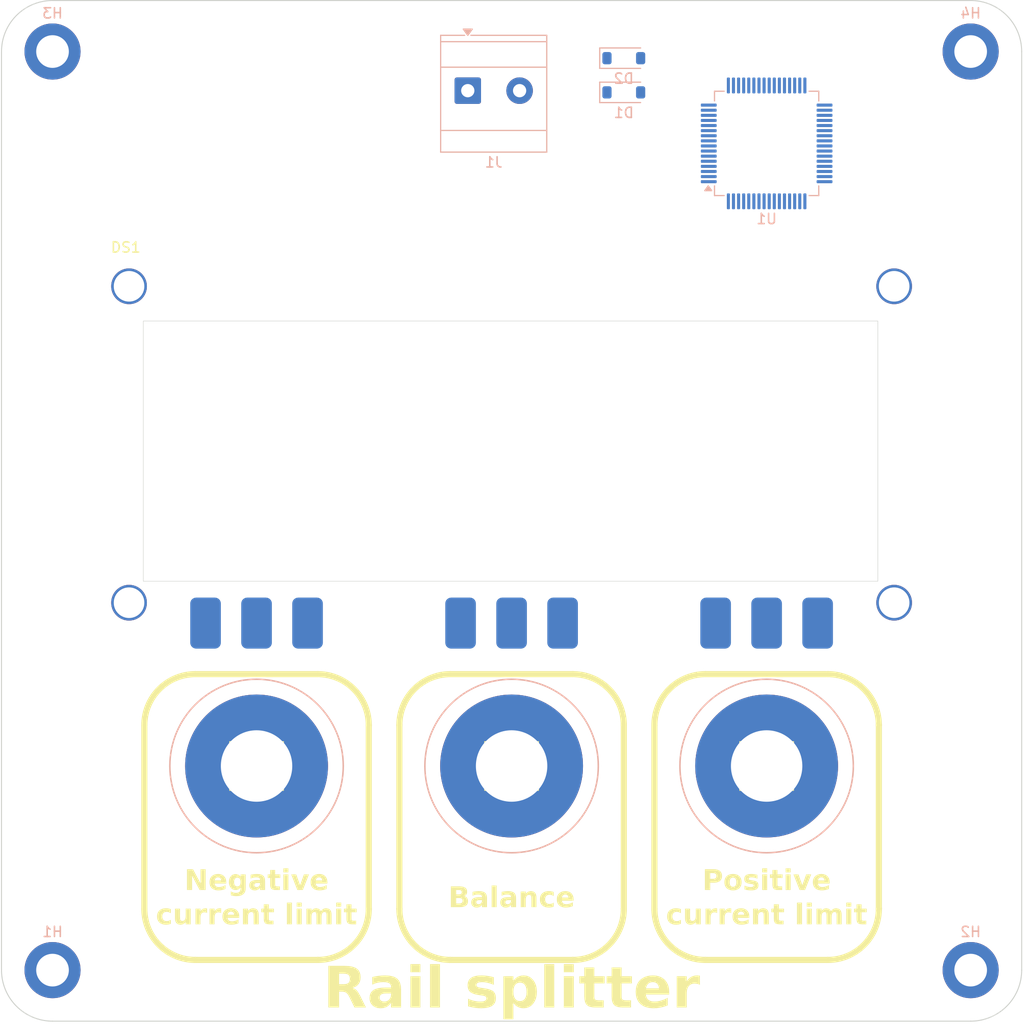
<source format=kicad_pcb>
(kicad_pcb (version 20241229) (generator "pcbnew") (generator_version "9.0")
  (layers (0 "F.Cu" signal) (2 "B.Cu" signal) (13 "F.Paste" user) (15 "B.Paste" user) (5 "F.SilkS" user "F.Silkscreen") (7 "B.SilkS" user "B.Silkscreen") (1 "F.Mask" user) (3 "B.Mask" user) (25 "Edge.Cuts" user))
  (net 0 "")
  (net 10 "Net-(D1-A)")
  (net 11 "Net-(D1-K)")
  (net 12 "Net-(D2-K)")
  (net 18 "Net-(U1-VSS-Pad18)")
  (net 74 "Net-(J1-Pin_2)")
  (net 75 "Net-(J1-Pin_1)")
  (footprint "PID_lib:front_plate_pot" (layer "F.Cu") (at 100 125 180)
    (property "Reference" "RV2" (hide yes))
    (property "Value" "R_Potentiometer")
    (fp_line (start 2.62 -2.37) (end 2.62 2.37) (stroke (width 0.12)) (layer "F.SilkS"))
    (fp_line (start 2.06 -2.37) (end 2.62 -2.37) (stroke (width 0.12)) (layer "F.SilkS"))
    (fp_line (start 1.26 2.37) (end 2.62 2.37) (stroke (width 0.12)) (layer "F.SilkS"))
    (fp_line (start -0.24 -2.37) (end 0.24 -2.37) (stroke (width 0.12)) (layer "F.SilkS"))
    (fp_line (start -2.62 2.37) (end -1.26 2.37) (stroke (width 0.12)) (layer "F.SilkS"))
    (fp_line (start -2.62 -2.37) (end -2.06 -2.37) (stroke (width 0.12)) (layer "F.SilkS"))
    (fp_line (start -2.62 -2.37) (end -2.62 2.37) (stroke (width 0.12)) (layer "F.SilkS"))
    (fp_circle (center 0 0) (end 8.5 0) (stroke (width 0.15)) (fill no) (layer "B.SilkS"))
    (pad "1" smd roundrect (at -5 14 180) (size 3 5) (layers "B.Cu" "B.Mask" "B.Paste") (roundrect_rratio 0.1923076923))
    (pad "2" smd roundrect (at 0 14 180) (size 3 5) (layers "B.Cu" "B.Mask" "B.Paste") (roundrect_rratio 0.1923076923))
    (pad "3" smd roundrect (at 5 14 180) (size 3 5) (layers "B.Cu" "B.Mask" "B.Paste") (roundrect_rratio 0.1923076923))
    (pad "MH" thru_hole circle (at 0 0 180) (size 14 14) (drill 7) (layers "*.Cu" "*.Mask"))
  )
  (footprint "PID_lib:front_plate_pot" (layer "F.Cu") (at 125 125 180)
    (property "Reference" "RV3" (hide yes))
    (property "Value" "R_Potentiometer")
    (fp_line (start 2.62 -2.37) (end 2.62 2.37) (stroke (width 0.12)) (layer "F.SilkS"))
    (fp_line (start 2.06 -2.37) (end 2.62 -2.37) (stroke (width 0.12)) (layer "F.SilkS"))
    (fp_line (start 1.26 2.37) (end 2.62 2.37) (stroke (width 0.12)) (layer "F.SilkS"))
    (fp_line (start -0.24 -2.37) (end 0.24 -2.37) (stroke (width 0.12)) (layer "F.SilkS"))
    (fp_line (start -2.62 2.37) (end -1.26 2.37) (stroke (width 0.12)) (layer "F.SilkS"))
    (fp_line (start -2.62 -2.37) (end -2.06 -2.37) (stroke (width 0.12)) (layer "F.SilkS"))
    (fp_line (start -2.62 -2.37) (end -2.62 2.37) (stroke (width 0.12)) (layer "F.SilkS"))
    (fp_circle (center 0 0) (end 8.5 0) (stroke (width 0.15)) (fill no) (layer "B.SilkS"))
    (pad "1" smd roundrect (at -5 14 180) (size 3 5) (layers "B.Cu" "B.Mask" "B.Paste") (roundrect_rratio 0.1923076923))
    (pad "2" smd roundrect (at 0 14 180) (size 3 5) (layers "B.Cu" "B.Mask" "B.Paste") (roundrect_rratio 0.1923076923))
    (pad "3" smd roundrect (at 5 14 180) (size 3 5) (layers "B.Cu" "B.Mask" "B.Paste") (roundrect_rratio 0.1923076923))
    (pad "MH" thru_hole circle (at 0 0 180) (size 14 14) (drill 7) (layers "*.Cu" "*.Mask"))
  )
  (footprint "rail_lib:WC1602A - below" (layer "F.Cu") (at 68 78)
    (property "Reference" "DS1" (at -5.82 -3.81 0) (layer "F.SilkS"))
    (property "Value" "WC1602A - below")
    (fp_rect (start -4.1 3.4) (end 67.9 28.9) (stroke (width 0.05)) (fill no) (layer "Edge.Cuts"))
    (pad "" thru_hole circle (at -5.4991 0) (size 3.5 3.5) (drill 3) (layers "*.Cu" "*.Mask"))
    (pad "" thru_hole circle (at -5.4991 31.0007) (size 3.5 3.5) (drill 3) (layers "*.Cu" "*.Mask"))
    (pad "" thru_hole circle (at 69.49948 31.0007) (size 3.5 3.5) (drill 3) (layers "*.Cu" "*.Mask"))
    (pad "" thru_hole circle (at 69.5 0) (size 3.5 3.5) (drill 3) (layers "*.Cu" "*.Mask"))
  )
  (footprint "PID_lib:front_plate_pot" (layer "F.Cu") (at 75 125 180)
    (property "Reference" "RV1" (hide yes))
    (property "Value" "R_Potentiometer")
    (fp_line (start 2.62 -2.37) (end 2.62 2.37) (stroke (width 0.12)) (layer "F.SilkS"))
    (fp_line (start 2.06 -2.37) (end 2.62 -2.37) (stroke (width 0.12)) (layer "F.SilkS"))
    (fp_line (start 1.26 2.37) (end 2.62 2.37) (stroke (width 0.12)) (layer "F.SilkS"))
    (fp_line (start -0.24 -2.37) (end 0.24 -2.37) (stroke (width 0.12)) (layer "F.SilkS"))
    (fp_line (start -2.62 2.37) (end -1.26 2.37) (stroke (width 0.12)) (layer "F.SilkS"))
    (fp_line (start -2.62 -2.37) (end -2.06 -2.37) (stroke (width 0.12)) (layer "F.SilkS"))
    (fp_line (start -2.62 -2.37) (end -2.62 2.37) (stroke (width 0.12)) (layer "F.SilkS"))
    (fp_circle (center 0 0) (end 8.5 0) (stroke (width 0.15)) (fill no) (layer "B.SilkS"))
    (pad "1" smd roundrect (at -5 14 180) (size 3 5) (layers "B.Cu" "B.Mask" "B.Paste") (roundrect_rratio 0.1923076923))
    (pad "2" smd roundrect (at 0 14 180) (size 3 5) (layers "B.Cu" "B.Mask" "B.Paste") (roundrect_rratio 0.1923076923))
    (pad "3" smd roundrect (at 5 14 180) (size 3 5) (layers "B.Cu" "B.Mask" "B.Paste") (roundrect_rratio 0.1923076923))
    (pad "MH" thru_hole circle (at 0 0 180) (size 14 14) (drill 7) (layers "*.Cu" "*.Mask"))
  )
  (footprint "Diode_SMD:D_SOD-123" (layer "B.Cu") (at 111 59)
    (property "Reference" "D1" (at 0 2 180) (layer "B.SilkS") (effects (justify mirror)))
    (property "Value" "1N4148W")
    (fp_line (start -2.36 -1) (end 1.65 -1) (stroke (width 0.12)) (layer "B.SilkS"))
    (fp_line (start -2.36 1) (end -2.36 -1) (stroke (width 0.12)) (layer "B.SilkS"))
    (fp_line (start -2.36 1) (end 1.65 1) (stroke (width 0.12)) (layer "B.SilkS"))
    (pad "1" smd roundrect (at -1.65 0) (size 0.9 1.2) (layers "B.Cu" "B.Mask" "B.Paste") (net 11 "Net-(D1-K)"))
    (pad "2" smd roundrect (at 1.65 0) (size 0.9 1.2) (layers "B.Cu" "B.Mask" "B.Paste") (net 10 "Net-(D1-A)"))
  )
  (footprint "Diode_SMD:D_SOD-123" (layer "B.Cu") (at 111 55.65)
    (property "Reference" "D2" (at 0 2 180) (layer "B.SilkS") (effects (justify mirror)))
    (property "Value" "1N4148W")
    (fp_line (start -2.36 -1) (end 1.65 -1) (stroke (width 0.12)) (layer "B.SilkS"))
    (fp_line (start -2.36 1) (end -2.36 -1) (stroke (width 0.12)) (layer "B.SilkS"))
    (fp_line (start -2.36 1) (end 1.65 1) (stroke (width 0.12)) (layer "B.SilkS"))
    (pad "1" smd roundrect (at -1.65 0) (size 0.9 1.2) (layers "B.Cu" "B.Mask" "B.Paste") (net 12 "Net-(D2-K)"))
    (pad "2" smd roundrect (at 1.65 0) (size 0.9 1.2) (layers "B.Cu" "B.Mask" "B.Paste") (net 11 "Net-(D1-K)"))
  )
  (footprint "TerminalBlock_Phoenix:TerminalBlock_Phoenix_MKDS-3-2-5.08_1x02_P5.08mm_Horizontal" (layer "B.Cu") (at 95.705 58.8325)
    (property "Reference" "J1" (at 2.54 7.02 0) (layer "B.SilkS") (effects (justify mirror)))
    (property "Value" "Screw_Terminal_01x02")
    (fp_line (start -2.66 -5.42) (end -2.66 6.02) (stroke (width 0.12)) (layer "B.SilkS"))
    (fp_line (start -2.66 -4.8) (end 7.74 -4.8) (stroke (width 0.12)) (layer "B.SilkS"))
    (fp_line (start -2.66 -2.3) (end 7.74 -2.3) (stroke (width 0.12)) (layer "B.SilkS"))
    (fp_line (start -2.66 3.9) (end 7.74 3.9) (stroke (width 0.12)) (layer "B.SilkS"))
    (fp_line (start -2.66 6.02) (end 7.74 6.02) (stroke (width 0.12)) (layer "B.SilkS"))
    (fp_line (start -0.3 -5.42) (end -2.66 -5.42) (stroke (width 0.12)) (layer "B.SilkS"))
    (fp_line (start 7.74 -5.42) (end 0.3 -5.42) (stroke (width 0.12)) (layer "B.SilkS"))
    (fp_line (start 7.74 6.02) (end 7.74 -5.42) (stroke (width 0.12)) (layer "B.SilkS"))
    (fp_poly (pts (xy 0 -5.42) (xy 0.44 -6.03) (xy -0.44 -6.03)) (stroke (width 0.12)) (fill yes) (layer "B.SilkS"))
    (pad "1" thru_hole roundrect (at 0 0) (size 2.6 2.6) (drill 1.3) (layers "*.Cu" "*.Mask") (roundrect_rratio 0.096154) (net 75 "Net-(J1-Pin_1)"))
    (pad "2" thru_hole circle (at 5.08 0) (size 2.6 2.6) (drill 1.3) (layers "*.Cu" "*.Mask") (net 74 "Net-(J1-Pin_2)"))
  )
  (footprint "PID_lib:M3_hole_with_spacer" (layer "B.Cu") (at 145 55 180)
    (property "Reference" "H4" (at 0 3.75 0) (layer "B.SilkS") (effects (justify mirror)))
    (property "Value" "MountingHole")
    (pad "1" thru_hole circle (at 0 0 180) (size 3.6 3.6) (drill 3.2) (layers "*.Cu" "*.Mask"))
    (pad "1" connect circle (at 0 0 180) (size 5.5 5.5) (layers "F.Cu" "F.Mask"))
    (pad "1" connect circle (at 0 0 180) (size 5.5 5.5) (layers "B.Cu" "B.Mask"))
  )
  (footprint "PID_lib:M3_hole_with_spacer" (layer "B.Cu") (at 145 145 180)
    (property "Reference" "H2" (at 0 3.75 0) (layer "B.SilkS") (effects (justify mirror)))
    (property "Value" "MountingHole")
    (pad "1" thru_hole circle (at 0 0 180) (size 3.6 3.6) (drill 3.2) (layers "*.Cu" "*.Mask"))
    (pad "1" connect circle (at 0 0 180) (size 5.5 5.5) (layers "F.Cu" "F.Mask"))
    (pad "1" connect circle (at 0 0 180) (size 5.5 5.5) (layers "B.Cu" "B.Mask"))
  )
  (footprint "PID_lib:M3_hole_with_spacer" (layer "B.Cu") (at 55 145 180)
    (property "Reference" "H1" (at 0 3.75 0) (layer "B.SilkS") (effects (justify mirror)))
    (property "Value" "MountingHole")
    (pad "1" thru_hole circle (at 0 0 180) (size 3.6 3.6) (drill 3.2) (layers "*.Cu" "*.Mask"))
    (pad "1" connect circle (at 0 0 180) (size 5.5 5.5) (layers "F.Cu" "F.Mask"))
    (pad "1" connect circle (at 0 0 180) (size 5.5 5.5) (layers "B.Cu" "B.Mask"))
  )
  (footprint "PID_lib:M3_hole_with_spacer" (layer "B.Cu") (at 55 55 180)
    (property "Reference" "H3" (at 0 3.75 0) (layer "B.SilkS") (effects (justify mirror)))
    (property "Value" "MountingHole")
    (pad "1" thru_hole circle (at 0 0 180) (size 3.6 3.6) (drill 3.2) (layers "*.Cu" "*.Mask"))
    (pad "1" connect circle (at 0 0 180) (size 5.5 5.5) (layers "F.Cu" "F.Mask"))
    (pad "1" connect circle (at 0 0 180) (size 5.5 5.5) (layers "B.Cu" "B.Mask"))
  )
  (footprint "Package_QFP:LQFP-64_10x10mm_P0.5mm" (layer "B.Cu") (at 125 64)
    (property "Reference" "U1" (at 0 7.4 180) (layer "B.SilkS") (effects (justify mirror)))
    (property "Value" "STM32F401RCTx")
    (fp_line (start -5.11 -5.11) (end -5.11 -4.16) (stroke (width 0.12)) (layer "B.SilkS"))
    (fp_line (start -5.11 5.11) (end -5.11 4.16) (stroke (width 0.12)) (layer "B.SilkS"))
    (fp_line (start -4.16 -5.11) (end -5.11 -5.11) (stroke (width 0.12)) (layer "B.SilkS"))
    (fp_line (start -4.16 5.11) (end -5.11 5.11) (stroke (width 0.12)) (layer "B.SilkS"))
    (fp_line (start 4.16 -5.11) (end 5.11 -5.11) (stroke (width 0.12)) (layer "B.SilkS"))
    (fp_line (start 4.16 5.11) (end 5.11 5.11) (stroke (width 0.12)) (layer "B.SilkS"))
    (fp_line (start 5.11 -5.11) (end 5.11 -4.16) (stroke (width 0.12)) (layer "B.SilkS"))
    (fp_line (start 5.11 5.11) (end 5.11 4.16) (stroke (width 0.12)) (layer "B.SilkS"))
    (fp_poly (pts (xy -5.725 4.16) (xy -6.065 4.63) (xy -5.385 4.63)) (stroke (width 0.12)) (fill yes) (layer "B.SilkS"))
    (pad "1" smd roundrect (at -5.675 3.75) (size 1.55 0.3) (layers "B.Cu" "B.Mask" "B.Paste"))
    (pad "2" smd roundrect (at -5.675 3.25) (size 1.55 0.3) (layers "B.Cu" "B.Mask" "B.Paste"))
    (pad "3" smd roundrect (at -5.675 2.75) (size 1.55 0.3) (layers "B.Cu" "B.Mask" "B.Paste"))
    (pad "4" smd roundrect (at -5.675 2.25) (size 1.55 0.3) (layers "B.Cu" "B.Mask" "B.Paste"))
    (pad "5" smd roundrect (at -5.675 1.75) (size 1.55 0.3) (layers "B.Cu" "B.Mask" "B.Paste"))
    (pad "6" smd roundrect (at -5.675 1.25) (size 1.55 0.3) (layers "B.Cu" "B.Mask" "B.Paste"))
    (pad "7" smd roundrect (at -5.675 0.75) (size 1.55 0.3) (layers "B.Cu" "B.Mask" "B.Paste"))
    (pad "8" smd roundrect (at -5.675 0.25) (size 1.55 0.3) (layers "B.Cu" "B.Mask" "B.Paste"))
    (pad "9" smd roundrect (at -5.675 -0.25) (size 1.55 0.3) (layers "B.Cu" "B.Mask" "B.Paste"))
    (pad "10" smd roundrect (at -5.675 -0.75) (size 1.55 0.3) (layers "B.Cu" "B.Mask" "B.Paste"))
    (pad "11" smd roundrect (at -5.675 -1.25) (size 1.55 0.3) (layers "B.Cu" "B.Mask" "B.Paste"))
    (pad "12" smd roundrect (at -5.675 -1.75) (size 1.55 0.3) (layers "B.Cu" "B.Mask" "B.Paste"))
    (pad "13" smd roundrect (at -5.675 -2.25) (size 1.55 0.3) (layers "B.Cu" "B.Mask" "B.Paste"))
    (pad "14" smd roundrect (at -5.675 -2.75) (size 1.55 0.3) (layers "B.Cu" "B.Mask" "B.Paste"))
    (pad "15" smd roundrect (at -5.675 -3.25) (size 1.55 0.3) (layers "B.Cu" "B.Mask" "B.Paste"))
    (pad "16" smd roundrect (at -5.675 -3.75) (size 1.55 0.3) (layers "B.Cu" "B.Mask" "B.Paste"))
    (pad "17" smd roundrect (at -3.75 -5.675) (size 0.3 1.55) (layers "B.Cu" "B.Mask" "B.Paste"))
    (pad "18" smd roundrect (at -3.25 -5.675) (size 0.3 1.55) (layers "B.Cu" "B.Mask" "B.Paste") (net 18 "Net-(U1-VSS-Pad18)"))
    (pad "19" smd roundrect (at -2.75 -5.675) (size 0.3 1.55) (layers "B.Cu" "B.Mask" "B.Paste"))
    (pad "20" smd roundrect (at -2.25 -5.675) (size 0.3 1.55) (layers "B.Cu" "B.Mask" "B.Paste"))
    (pad "21" smd roundrect (at -1.75 -5.675) (size 0.3 1.55) (layers "B.Cu" "B.Mask" "B.Paste"))
    (pad "22" smd roundrect (at -1.25 -5.675) (size 0.3 1.55) (layers "B.Cu" "B.Mask" "B.Paste"))
    (pad "23" smd roundrect (at -0.75 -5.675) (size 0.3 1.55) (layers "B.Cu" "B.Mask" "B.Paste"))
    (pad "24" smd roundrect (at -0.25 -5.675) (size 0.3 1.55) (layers "B.Cu" "B.Mask" "B.Paste"))
    (pad "25" smd roundrect (at 0.25 -5.675) (size 0.3 1.55) (layers "B.Cu" "B.Mask" "B.Paste"))
    (pad "26" smd roundrect (at 0.75 -5.675) (size 0.3 1.55) (layers "B.Cu" "B.Mask" "B.Paste"))
    (pad "27" smd roundrect (at 1.25 -5.675) (size 0.3 1.55) (layers "B.Cu" "B.Mask" "B.Paste"))
    (pad "28" smd roundrect (at 1.75 -5.675) (size 0.3 1.55) (layers "B.Cu" "B.Mask" "B.Paste"))
    (pad "29" smd roundrect (at 2.25 -5.675) (size 0.3 1.55) (layers "B.Cu" "B.Mask" "B.Paste"))
    (pad "30" smd roundrect (at 2.75 -5.675) (size 0.3 1.55) (layers "B.Cu" "B.Mask" "B.Paste"))
    (pad "31" smd roundrect (at 3.25 -5.675) (size 0.3 1.55) (layers "B.Cu" "B.Mask" "B.Paste") (net 18 "Net-(U1-VSS-Pad18)"))
    (pad "32" smd roundrect (at 3.75 -5.675) (size 0.3 1.55) (layers "B.Cu" "B.Mask" "B.Paste"))
    (pad "33" smd roundrect (at 5.675 -3.75) (size 1.55 0.3) (layers "B.Cu" "B.Mask" "B.Paste"))
    (pad "34" smd roundrect (at 5.675 -3.25) (size 1.55 0.3) (layers "B.Cu" "B.Mask" "B.Paste"))
    (pad "35" smd roundrect (at 5.675 -2.75) (size 1.55 0.3) (layers "B.Cu" "B.Mask" "B.Paste"))
    (pad "36" smd roundrect (at 5.675 -2.25) (size 1.55 0.3) (layers "B.Cu" "B.Mask" "B.Paste"))
    (pad "37" smd roundrect (at 5.675 -1.75) (size 1.55 0.3) (layers "B.Cu" "B.Mask" "B.Paste"))
    (pad "38" smd roundrect (at 5.675 -1.25) (size 1.55 0.3) (layers "B.Cu" "B.Mask" "B.Paste"))
    (pad "39" smd roundrect (at 5.675 -0.75) (size 1.55 0.3) (layers "B.Cu" "B.Mask" "B.Paste"))
    (pad "40" smd roundrect (at 5.675 -0.25) (size 1.55 0.3) (layers "B.Cu" "B.Mask" "B.Paste"))
    (pad "41" smd roundrect (at 5.675 0.25) (size 1.55 0.3) (layers "B.Cu" "B.Mask" "B.Paste"))
    (pad "42" smd roundrect (at 5.675 0.75) (size 1.55 0.3) (layers "B.Cu" "B.Mask" "B.Paste"))
    (pad "43" smd roundrect (at 5.675 1.25) (size 1.55 0.3) (layers "B.Cu" "B.Mask" "B.Paste"))
    (pad "44" smd roundrect (at 5.675 1.75) (size 1.55 0.3) (layers "B.Cu" "B.Mask" "B.Paste"))
    (pad "45" smd roundrect (at 5.675 2.25) (size 1.55 0.3) (layers "B.Cu" "B.Mask" "B.Paste"))
    (pad "46" smd roundrect (at 5.675 2.75) (size 1.55 0.3) (layers "B.Cu" "B.Mask" "B.Paste"))
    (pad "47" smd roundrect (at 5.675 3.25) (size 1.55 0.3) (layers "B.Cu" "B.Mask" "B.Paste") (net 18 "Net-(U1-VSS-Pad18)"))
    (pad "48" smd roundrect (at 5.675 3.75) (size 1.55 0.3) (layers "B.Cu" "B.Mask" "B.Paste"))
    (pad "49" smd roundrect (at 3.75 5.675) (size 0.3 1.55) (layers "B.Cu" "B.Mask" "B.Paste"))
    (pad "50" smd roundrect (at 3.25 5.675) (size 0.3 1.55) (layers "B.Cu" "B.Mask" "B.Paste"))
    (pad "51" smd roundrect (at 2.75 5.675) (size 0.3 1.55) (layers "B.Cu" "B.Mask" "B.Paste"))
    (pad "52" smd roundrect (at 2.25 5.675) (size 0.3 1.55) (layers "B.Cu" "B.Mask" "B.Paste"))
    (pad "53" smd roundrect (at 1.75 5.675) (size 0.3 1.55) (layers "B.Cu" "B.Mask" "B.Paste"))
    (pad "54" smd roundrect (at 1.25 5.675) (size 0.3 1.55) (layers "B.Cu" "B.Mask" "B.Paste"))
    (pad "55" smd roundrect (at 0.75 5.675) (size 0.3 1.55) (layers "B.Cu" "B.Mask" "B.Paste"))
    (pad "56" smd roundrect (at 0.25 5.675) (size 0.3 1.55) (layers "B.Cu" "B.Mask" "B.Paste"))
    (pad "57" smd roundrect (at -0.25 5.675) (size 0.3 1.55) (layers "B.Cu" "B.Mask" "B.Paste"))
    (pad "58" smd roundrect (at -0.75 5.675) (size 0.3 1.55) (layers "B.Cu" "B.Mask" "B.Paste"))
    (pad "59" smd roundrect (at -1.25 5.675) (size 0.3 1.55) (layers "B.Cu" "B.Mask" "B.Paste"))
    (pad "60" smd roundrect (at -1.75 5.675) (size 0.3 1.55) (layers "B.Cu" "B.Mask" "B.Paste"))
    (pad "61" smd roundrect (at -2.25 5.675) (size 0.3 1.55) (layers "B.Cu" "B.Mask" "B.Paste"))
    (pad "62" smd roundrect (at -2.75 5.675) (size 0.3 1.55) (layers "B.Cu" "B.Mask" "B.Paste"))
    (pad "63" smd roundrect (at -3.25 5.675) (size 0.3 1.55) (layers "B.Cu" "B.Mask" "B.Paste") (net 18 "Net-(U1-VSS-Pad18)"))
    (pad "64" smd roundrect (at -3.75 5.675) (size 0.3 1.55) (layers "B.Cu" "B.Mask" "B.Paste"))
  )
  (gr_line (start 114 121) (end 114 139) (stroke (width 0.6)) (layer "F.SilkS"))
  (gr_arc (start 86 139) (mid 84.535534 142.535534) (end 81 144) (stroke (width 0.6)) (layer "F.SilkS"))
  (gr_arc (start 111 139) (mid 109.535535 142.535535) (end 106 144) (stroke (width 0.6)) (layer "F.SilkS"))
  (gr_arc (start 81 116) (mid 84.535534 117.464466) (end 86 121) (stroke (width 0.6)) (layer "F.SilkS"))
  (gr_arc (start 64 121) (mid 65.464466 117.464466) (end 69 116) (stroke (width 0.6)) (layer "F.SilkS"))
  (gr_line (start 119 144) (end 131 144) (stroke (width 0.6)) (layer "F.SilkS"))
  (gr_arc (start 114 121) (mid 115.464467 117.464467) (end 119 116) (stroke (width 0.6)) (layer "F.SilkS"))
  (gr_arc (start 69 144) (mid 65.464466 142.535534) (end 64 139) (stroke (width 0.6)) (layer "F.SilkS"))
  (gr_arc (start 131 116) (mid 134.535537 117.464465) (end 136 121) (stroke (width 0.6)) (layer "F.SilkS"))
  (gr_arc (start 94 144) (mid 90.464469 142.535533) (end 89 139) (stroke (width 0.6)) (layer "F.SilkS"))
  (gr_line (start 69 144) (end 81 144) (stroke (width 0.6)) (layer "F.SilkS"))
  (gr_arc (start 89 121) (mid 90.464467 117.464467) (end 94 116) (stroke (width 0.6)) (layer "F.SilkS"))
  (gr_arc (start 119 144) (mid 115.464469 142.535533) (end 114 139) (stroke (width 0.6)) (layer "F.SilkS"))
  (gr_line (start 64 121) (end 64 139) (stroke (width 0.6)) (layer "F.SilkS"))
  (gr_line (start 94 144) (end 106 144) (stroke (width 0.6)) (layer "F.SilkS"))
  (gr_arc (start 136 139) (mid 134.535535 142.535535) (end 131 144) (stroke (width 0.6)) (layer "F.SilkS"))
  (gr_line (start 86 121) (end 86 139) (stroke (width 0.6)) (layer "F.SilkS"))
  (gr_line (start 89 121) (end 89 139) (stroke (width 0.6)) (layer "F.SilkS"))
  (gr_line (start 81 116) (end 69 116) (stroke (width 0.6)) (layer "F.SilkS"))
  (gr_line (start 136 121) (end 136 139) (stroke (width 0.6)) (layer "F.SilkS"))
  (gr_line (start 131 116) (end 119 116) (stroke (width 0.6)) (layer "F.SilkS"))
  (gr_line (start 111 121) (end 111 139) (stroke (width 0.6)) (layer "F.SilkS"))
  (gr_arc (start 106 116) (mid 109.535537 117.464465) (end 111 121) (stroke (width 0.6)) (layer "F.SilkS"))
  (gr_line (start 106 116) (end 94 116) (stroke (width 0.6)) (layer "F.SilkS"))
  (gr_line (start 145 50) (end 55 50) (stroke (width 0.1)) (layer "Edge.Cuts"))
  (gr_arc (start 145 50) (mid 148.535533 51.464467) (end 150 55) (stroke (width 0.1)) (layer "Edge.Cuts"))
  (gr_line (start 55 150) (end 145 150) (stroke (width 0.1)) (layer "Edge.Cuts"))
  (gr_line (start 150 145) (end 150 55) (stroke (width 0.1)) (layer "Edge.Cuts"))
  (gr_arc (start 55 150) (mid 51.464467 148.535533) (end 50 145) (stroke (width 0.1)) (layer "Edge.Cuts"))
  (gr_line (start 50 55) (end 50 145) (stroke (width 0.1)) (layer "Edge.Cuts"))
  (gr_arc (start 150 145) (mid 148.535533 148.535533) (end 145 150) (stroke (width 0.1)) (layer "Edge.Cuts"))
  (gr_arc (start 50 55) (mid 51.464467 51.464467) (end 55 50) (stroke (width 0.1)) (layer "Edge.Cuts"))
  (gr_text "Rail splitter\n" (at 100 147 0) (layer "F.SilkS") (effects (font (size 4 4) (thickness 0.2) (bold yes))))
  (gr_text "Balance" (at 100 138 0) (layer "F.SilkS") (effects (font (size 2 2) (thickness 0.2) (bold yes))))
  (gr_text "Negative\ncurrent limit" (at 74.999997 137.999997 0) (layer "F.SilkS") (effects (font (size 2 2) (thickness 0.2) (bold yes))))
  (gr_text "Positive\ncurrent limit\n" (at 125 138 0) (layer "F.SilkS") (effects (font (size 2 2) (thickness 0.2) (bold yes))))
)
</source>
